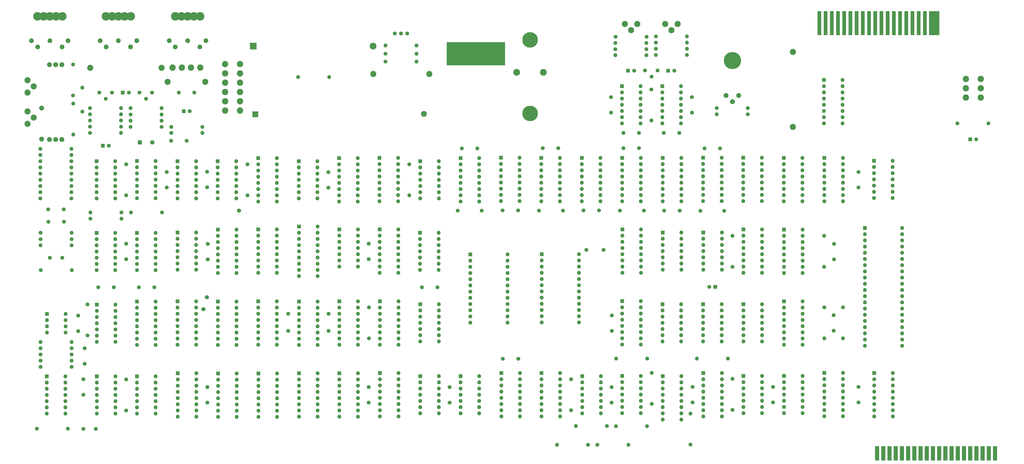
<source format=gbr>
%TF.GenerationSoftware,KiCad,Pcbnew,7.0.7*%
%TF.CreationDate,2023-09-25T12:36:18+01:00*%
%TF.ProjectId,TRS80IUS,54525338-3049-4555-932e-6b696361645f,rev?*%
%TF.SameCoordinates,Original*%
%TF.FileFunction,Soldermask,Bot*%
%TF.FilePolarity,Negative*%
%FSLAX46Y46*%
G04 Gerber Fmt 4.6, Leading zero omitted, Abs format (unit mm)*
G04 Created by KiCad (PCBNEW 7.0.7) date 2023-09-25 12:36:18*
%MOMM*%
%LPD*%
G01*
G04 APERTURE LIST*
G04 Aperture macros list*
%AMFreePoly0*
4,1,45,1.815063,0.845106,1.830902,0.845106,1.843715,0.835796,1.858779,0.830902,1.868088,0.818088,1.880902,0.808779,1.885796,0.793715,1.895106,0.780902,1.895106,0.765062,1.900000,0.750000,1.900000,-0.750000,1.895106,-0.765062,1.895106,-0.780902,1.885796,-0.793715,1.880902,-0.808779,1.868088,-0.818088,1.858779,-0.830902,1.843715,-0.835796,1.830902,-0.845106,1.815063,-0.845106,
1.800000,-0.850000,-3.880000,-0.850000,-3.895063,-0.845106,-3.910902,-0.845106,-3.923715,-0.835796,-3.938779,-0.830902,-3.948088,-0.818088,-3.960902,-0.808779,-3.965796,-0.793715,-3.975106,-0.780902,-3.975106,-0.765062,-3.980000,-0.750000,-3.980000,0.750000,-3.975106,0.765062,-3.975106,0.780902,-3.965796,0.793715,-3.960902,0.808779,-3.948088,0.818088,-3.938779,0.830902,-3.923715,0.835796,
-3.910902,0.845106,-3.895063,0.845106,-3.880000,0.850000,1.800000,0.850000,1.815063,0.845106,1.815063,0.845106,$1*%
G04 Aperture macros list end*
%ADD10C,0.150000*%
%ADD11C,2.600000*%
%ADD12C,1.600000*%
%ADD13R,1.600000X1.600000*%
%ADD14O,1.600000X1.600000*%
%ADD15C,2.000000*%
%ADD16FreePoly0,90.000000*%
%ADD17C,1.700000*%
%ADD18C,2.500000*%
%ADD19C,2.800000*%
%ADD20C,6.350000*%
%ADD21C,1.950000*%
%ADD22C,3.500000*%
%ADD23C,7.000000*%
%ADD24R,1.800000X1.800000*%
%ADD25C,1.800000*%
%ADD26R,2.800000X2.800000*%
%ADD27O,2.800000X2.800000*%
%ADD28R,1.625600X9.906000*%
%ADD29R,4.216400X9.906000*%
%ADD30R,2.400000X2.400000*%
%ADD31O,2.400000X2.400000*%
G04 APERTURE END LIST*
D10*
X273820000Y-96940000D02*
X297530000Y-96940000D01*
X297530000Y-106270000D01*
X273820000Y-106270000D01*
X273820000Y-96940000D01*
G36*
X273820000Y-96940000D02*
G01*
X297530000Y-96940000D01*
X297530000Y-106270000D01*
X273820000Y-106270000D01*
X273820000Y-96940000D01*
G37*
D11*
%TO.C,S2*%
X486185000Y-111875000D03*
X486185000Y-115685000D03*
X486185000Y-119495000D03*
X492295000Y-119495000D03*
X492295000Y-115685000D03*
X492295000Y-111875000D03*
%TD*%
D12*
%TO.C,C49*%
X296690000Y-226520000D03*
X303040000Y-226520000D03*
%TD*%
D13*
%TO.C,Z51*%
X345550000Y-202940000D03*
D14*
X345550000Y-205480000D03*
X345550000Y-208020000D03*
X345550000Y-210560000D03*
X345550000Y-213100000D03*
X345550000Y-215640000D03*
X345550000Y-218180000D03*
X345550000Y-220720000D03*
X353170000Y-220720000D03*
X353170000Y-218180000D03*
X353170000Y-215640000D03*
X353170000Y-213100000D03*
X353170000Y-210560000D03*
X353170000Y-208020000D03*
X353170000Y-205480000D03*
X353170000Y-202940000D03*
%TD*%
D12*
%TO.C,C3*%
X170400000Y-117523270D03*
X164050000Y-117523270D03*
%TD*%
D13*
%TO.C,Z25*%
X147000000Y-174955000D03*
D14*
X147000000Y-177495000D03*
X147000000Y-180035000D03*
X147000000Y-182575000D03*
X147000000Y-185115000D03*
X147000000Y-187655000D03*
X147000000Y-190195000D03*
X154620000Y-190195000D03*
X154620000Y-187655000D03*
X154620000Y-185115000D03*
X154620000Y-182575000D03*
X154620000Y-180035000D03*
X154620000Y-177495000D03*
X154620000Y-174955000D03*
%TD*%
D12*
%TO.C,C36*%
X175906730Y-185790000D03*
X175906730Y-179440000D03*
%TD*%
D13*
%TO.C,Z67*%
X296080000Y-232355000D03*
D14*
X296080000Y-234895000D03*
X296080000Y-237435000D03*
X296080000Y-239975000D03*
X296080000Y-242515000D03*
X296080000Y-245055000D03*
X296080000Y-247595000D03*
X296080000Y-250135000D03*
X303700000Y-250135000D03*
X303700000Y-247595000D03*
X303700000Y-245055000D03*
X303700000Y-242515000D03*
X303700000Y-239975000D03*
X303700000Y-237435000D03*
X303700000Y-234895000D03*
X303700000Y-232355000D03*
%TD*%
D13*
%TO.C,Z19*%
X378610000Y-144210000D03*
D14*
X378610000Y-146750000D03*
X378610000Y-149290000D03*
X378610000Y-151830000D03*
X378610000Y-154370000D03*
X378610000Y-156910000D03*
X378610000Y-159450000D03*
X378610000Y-161990000D03*
X386230000Y-161990000D03*
X386230000Y-159450000D03*
X386230000Y-156910000D03*
X386230000Y-154370000D03*
X386230000Y-151830000D03*
X386230000Y-149290000D03*
X386230000Y-146750000D03*
X386230000Y-144210000D03*
%TD*%
D12*
%TO.C,C34*%
X387306635Y-165913270D03*
X377526635Y-165913270D03*
%TD*%
%TO.C,C30*%
X321316635Y-165813270D03*
X311536635Y-165813270D03*
%TD*%
%TO.C,C28*%
X288026635Y-165823270D03*
X278246635Y-165823270D03*
%TD*%
D13*
%TO.C,Z6*%
X163580000Y-145610000D03*
D14*
X163580000Y-148150000D03*
X163580000Y-150690000D03*
X163580000Y-153230000D03*
X163580000Y-155770000D03*
X163580000Y-158310000D03*
X163580000Y-160850000D03*
X171200000Y-160850000D03*
X171200000Y-158310000D03*
X171200000Y-155770000D03*
X171200000Y-153230000D03*
X171200000Y-150690000D03*
X171200000Y-148150000D03*
X171200000Y-145610000D03*
%TD*%
D13*
%TO.C,Z16*%
X328990000Y-144250000D03*
D14*
X328990000Y-146790000D03*
X328990000Y-149330000D03*
X328990000Y-151870000D03*
X328990000Y-154410000D03*
X328990000Y-156950000D03*
X328990000Y-159490000D03*
X328990000Y-162030000D03*
X336610000Y-162030000D03*
X336610000Y-159490000D03*
X336610000Y-156950000D03*
X336610000Y-154410000D03*
X336610000Y-151870000D03*
X336610000Y-149330000D03*
X336610000Y-146790000D03*
X336610000Y-144250000D03*
%TD*%
D13*
%TO.C,Z62*%
X213320000Y-232460000D03*
D14*
X213320000Y-235000000D03*
X213320000Y-237540000D03*
X213320000Y-240080000D03*
X213320000Y-242620000D03*
X213320000Y-245160000D03*
X213320000Y-247700000D03*
X213320000Y-250240000D03*
X220940000Y-250240000D03*
X220940000Y-247700000D03*
X220940000Y-245160000D03*
X220940000Y-242620000D03*
X220940000Y-240080000D03*
X220940000Y-237540000D03*
X220940000Y-235000000D03*
X220940000Y-232460000D03*
%TD*%
D12*
%TO.C,R43*%
X157220000Y-166630000D03*
D14*
X144520000Y-166630000D03*
%TD*%
D15*
%TO.C,K1*%
X113700000Y-136750000D03*
X116240000Y-136750000D03*
X113700000Y-106060000D03*
X111160000Y-106060000D03*
X111160000Y-136750000D03*
X116240000Y-106060000D03*
%TD*%
D16*
%TO.C,CN3*%
X498070000Y-264270000D03*
X495530000Y-264270000D03*
X492990000Y-264270000D03*
X490450000Y-264270000D03*
X487910000Y-264270000D03*
X485370000Y-264270000D03*
X482830000Y-264270000D03*
X480290000Y-264270000D03*
X477750000Y-264270000D03*
X475210000Y-264270000D03*
X472670000Y-264270000D03*
X470130000Y-264270000D03*
X467590000Y-264270000D03*
X465050000Y-264270000D03*
X462510000Y-264270000D03*
X459970000Y-264270000D03*
X457430000Y-264270000D03*
X454890000Y-264270000D03*
X452350000Y-264270000D03*
X449810000Y-264270000D03*
%TD*%
D12*
%TO.C,R35*%
X120160000Y-150660000D03*
D14*
X107460000Y-150660000D03*
%TD*%
D12*
%TO.C,R45*%
X120220000Y-180030000D03*
D14*
X107520000Y-180030000D03*
%TD*%
D13*
%TO.C,C42*%
X383660000Y-197090000D03*
D12*
X381160000Y-197090000D03*
%TD*%
D13*
%TO.C,Z73*%
X395180000Y-233570000D03*
D14*
X395180000Y-236110000D03*
X395180000Y-238650000D03*
X395180000Y-241190000D03*
X395180000Y-243730000D03*
X395180000Y-246270000D03*
X395180000Y-248810000D03*
X402800000Y-248810000D03*
X402800000Y-246270000D03*
X402800000Y-243730000D03*
X402800000Y-241190000D03*
X402800000Y-238650000D03*
X402800000Y-236110000D03*
X402800000Y-233570000D03*
%TD*%
D12*
%TO.C,C12*%
X340963270Y-119380000D03*
X340963270Y-125730000D03*
%TD*%
D13*
%TO.C,Z33*%
X283345000Y-183755000D03*
D14*
X283345000Y-186295000D03*
X283345000Y-188835000D03*
X283345000Y-191375000D03*
X283345000Y-193915000D03*
X283345000Y-196455000D03*
X283345000Y-198995000D03*
X283345000Y-201535000D03*
X283345000Y-204075000D03*
X283345000Y-206615000D03*
X283345000Y-209155000D03*
X283345000Y-211695000D03*
X298585000Y-211695000D03*
X298585000Y-209155000D03*
X298585000Y-206615000D03*
X298585000Y-204075000D03*
X298585000Y-201535000D03*
X298585000Y-198995000D03*
X298585000Y-196455000D03*
X298585000Y-193915000D03*
X298585000Y-191375000D03*
X298585000Y-188835000D03*
X298585000Y-186295000D03*
X298585000Y-183755000D03*
%TD*%
D12*
%TO.C,C7*%
X167320000Y-137233270D03*
X160970000Y-137233270D03*
%TD*%
D13*
%TO.C,Z31*%
X246340000Y-173580000D03*
D14*
X246340000Y-176120000D03*
X246340000Y-178660000D03*
X246340000Y-181200000D03*
X246340000Y-183740000D03*
X246340000Y-186280000D03*
X246340000Y-188820000D03*
X246340000Y-191360000D03*
X253960000Y-191360000D03*
X253960000Y-188820000D03*
X253960000Y-186280000D03*
X253960000Y-183740000D03*
X253960000Y-181200000D03*
X253960000Y-178660000D03*
X253960000Y-176120000D03*
X253960000Y-173580000D03*
%TD*%
D12*
%TO.C,C41*%
X269940000Y-197263270D03*
X263590000Y-197263270D03*
%TD*%
D17*
%TO.C,J61*%
X188700000Y-165825000D03*
%TD*%
D12*
%TO.C,Q1*%
X131552275Y-117502275D03*
X136702275Y-117502275D03*
X134232275Y-120042275D03*
%TD*%
%TO.C,R41*%
X140610000Y-166590000D03*
D14*
X127910000Y-166590000D03*
%TD*%
D12*
%TO.C,CR9*%
X120790000Y-118715000D03*
D14*
X120790000Y-106015000D03*
%TD*%
D12*
%TO.C,R64*%
X390650000Y-247430000D03*
D14*
X390650000Y-234730000D03*
%TD*%
D13*
%TO.C,Z65*%
X262860000Y-233690000D03*
D14*
X262860000Y-236230000D03*
X262860000Y-238770000D03*
X262860000Y-241310000D03*
X262860000Y-243850000D03*
X262860000Y-246390000D03*
X262860000Y-248930000D03*
X270480000Y-248930000D03*
X270480000Y-246390000D03*
X270480000Y-243850000D03*
X270480000Y-241310000D03*
X270480000Y-238770000D03*
X270480000Y-236230000D03*
X270480000Y-233690000D03*
%TD*%
D13*
%TO.C,Z52*%
X362080000Y-204185000D03*
D14*
X362080000Y-206725000D03*
X362080000Y-209265000D03*
X362080000Y-211805000D03*
X362080000Y-214345000D03*
X362080000Y-216885000D03*
X362080000Y-219425000D03*
X369700000Y-219425000D03*
X369700000Y-216885000D03*
X369700000Y-214345000D03*
X369700000Y-211805000D03*
X369700000Y-209265000D03*
X369700000Y-206725000D03*
X369700000Y-204185000D03*
%TD*%
D12*
%TO.C,C45*%
X225353270Y-208080000D03*
X225353270Y-215080000D03*
%TD*%
D13*
%TO.C,Z22*%
X428220000Y-144250000D03*
D14*
X428220000Y-146790000D03*
X428220000Y-149330000D03*
X428220000Y-151870000D03*
X428220000Y-154410000D03*
X428220000Y-156950000D03*
X428220000Y-159490000D03*
X428220000Y-162030000D03*
X435840000Y-162030000D03*
X435840000Y-159490000D03*
X435840000Y-156950000D03*
X435840000Y-154410000D03*
X435840000Y-151870000D03*
X435840000Y-149330000D03*
X435840000Y-146790000D03*
X435840000Y-144250000D03*
%TD*%
D12*
%TO.C,R62*%
X342970000Y-254120000D03*
D14*
X355670000Y-254120000D03*
%TD*%
D13*
%TO.C,Z26*%
X163590000Y-174860000D03*
D14*
X163590000Y-177400000D03*
X163590000Y-179940000D03*
X163590000Y-182480000D03*
X163590000Y-185020000D03*
X163590000Y-187560000D03*
X163590000Y-190100000D03*
X171210000Y-190100000D03*
X171210000Y-187560000D03*
X171210000Y-185020000D03*
X171210000Y-182480000D03*
X171210000Y-179940000D03*
X171210000Y-177400000D03*
X171210000Y-174860000D03*
%TD*%
D13*
%TO.C,Z24*%
X130480000Y-174980000D03*
D14*
X130480000Y-177520000D03*
X130480000Y-180060000D03*
X130480000Y-182600000D03*
X130480000Y-185140000D03*
X130480000Y-187680000D03*
X130480000Y-190220000D03*
X138100000Y-190220000D03*
X138100000Y-187680000D03*
X138100000Y-185140000D03*
X138100000Y-182600000D03*
X138100000Y-180060000D03*
X138100000Y-177520000D03*
X138100000Y-174980000D03*
%TD*%
D12*
%TO.C,R28*%
X157090000Y-128980000D03*
D14*
X144390000Y-128980000D03*
%TD*%
D12*
%TO.C,R67*%
X126710000Y-204285000D03*
D14*
X126710000Y-216985000D03*
%TD*%
D12*
%TO.C,R25*%
X127735000Y-131460000D03*
D14*
X140435000Y-131460000D03*
%TD*%
D12*
%TO.C,R55*%
X107540000Y-227300000D03*
D14*
X120240000Y-227300000D03*
%TD*%
D13*
%TO.C,Z66*%
X279430000Y-233690000D03*
D14*
X279430000Y-236230000D03*
X279430000Y-238770000D03*
X279430000Y-241310000D03*
X279430000Y-243850000D03*
X279430000Y-246390000D03*
X279430000Y-248930000D03*
X287050000Y-248930000D03*
X287050000Y-246390000D03*
X287050000Y-243850000D03*
X287050000Y-241310000D03*
X287050000Y-238770000D03*
X287050000Y-236230000D03*
X287050000Y-233690000D03*
%TD*%
D12*
%TO.C,R23*%
X127735000Y-126390000D03*
D14*
X140435000Y-126390000D03*
%TD*%
D13*
%TO.C,Z11*%
X246230000Y-144270000D03*
D14*
X246230000Y-146810000D03*
X246230000Y-149350000D03*
X246230000Y-151890000D03*
X246230000Y-154430000D03*
X246230000Y-156970000D03*
X246230000Y-159510000D03*
X246230000Y-162050000D03*
X253850000Y-162050000D03*
X253850000Y-159510000D03*
X253850000Y-156970000D03*
X253850000Y-154430000D03*
X253850000Y-151890000D03*
X253850000Y-149350000D03*
X253850000Y-146810000D03*
X253850000Y-144270000D03*
%TD*%
D12*
%TO.C,R11*%
X359310000Y-94500000D03*
D14*
X372010000Y-94500000D03*
%TD*%
D12*
%TO.C,R31*%
X161020000Y-134050000D03*
D14*
X173720000Y-134050000D03*
%TD*%
D12*
%TO.C,CR7*%
X107525000Y-177490000D03*
D14*
X120225000Y-177490000D03*
%TD*%
D13*
%TO.C,Z10*%
X229740000Y-144350000D03*
D14*
X229740000Y-146890000D03*
X229740000Y-149430000D03*
X229740000Y-151970000D03*
X229740000Y-154510000D03*
X229740000Y-157050000D03*
X229740000Y-159590000D03*
X229740000Y-162130000D03*
X237360000Y-162130000D03*
X237360000Y-159590000D03*
X237360000Y-157050000D03*
X237360000Y-154510000D03*
X237360000Y-151970000D03*
X237360000Y-149430000D03*
X237360000Y-146890000D03*
X237360000Y-144350000D03*
%TD*%
D12*
%TO.C,R66*%
X373490000Y-261690000D03*
D14*
X373490000Y-248990000D03*
%TD*%
D18*
%TO.C,R5*%
X351720000Y-89410000D03*
X349180000Y-91950000D03*
X346640000Y-89410000D03*
%TD*%
D19*
%TO.C,Q4*%
X313299999Y-109170001D03*
X302379999Y-109170001D03*
D20*
X307849999Y-95870001D03*
X307849999Y-126070001D03*
%TD*%
D13*
%TO.C,Z7*%
X180040000Y-145605000D03*
D14*
X180040000Y-148145000D03*
X180040000Y-150685000D03*
X180040000Y-153225000D03*
X180040000Y-155765000D03*
X180040000Y-158305000D03*
X180040000Y-160845000D03*
X187660000Y-160845000D03*
X187660000Y-158305000D03*
X187660000Y-155765000D03*
X187660000Y-153225000D03*
X187660000Y-150685000D03*
X187660000Y-148145000D03*
X187660000Y-145605000D03*
%TD*%
D13*
%TO.C,Z56*%
X110060000Y-233750000D03*
D14*
X110060000Y-236290000D03*
X110060000Y-238830000D03*
X110060000Y-241370000D03*
X110060000Y-243910000D03*
X110060000Y-246450000D03*
X110060000Y-248990000D03*
X117680000Y-248990000D03*
X117680000Y-246450000D03*
X117680000Y-243910000D03*
X117680000Y-241370000D03*
X117680000Y-238830000D03*
X117680000Y-236290000D03*
X117680000Y-233750000D03*
%TD*%
D12*
%TO.C,R32*%
X107460000Y-140490000D03*
D14*
X120160000Y-140490000D03*
%TD*%
D12*
%TO.C,R56*%
X120240000Y-229850000D03*
D14*
X107540000Y-229850000D03*
%TD*%
D18*
%TO.C,R21*%
X102235000Y-130250000D03*
X104775000Y-127710000D03*
X102235000Y-125170000D03*
%TD*%
D13*
%TO.C,Z64*%
X246420000Y-232430000D03*
D14*
X246420000Y-234970000D03*
X246420000Y-237510000D03*
X246420000Y-240050000D03*
X246420000Y-242590000D03*
X246420000Y-245130000D03*
X246420000Y-247670000D03*
X246420000Y-250210000D03*
X254040000Y-250210000D03*
X254040000Y-247670000D03*
X254040000Y-245130000D03*
X254040000Y-242590000D03*
X254040000Y-240050000D03*
X254040000Y-237510000D03*
X254040000Y-234970000D03*
X254040000Y-232430000D03*
%TD*%
D13*
%TO.C,Z55*%
X411750000Y-203010000D03*
D14*
X411750000Y-205550000D03*
X411750000Y-208090000D03*
X411750000Y-210630000D03*
X411750000Y-213170000D03*
X411750000Y-215710000D03*
X411750000Y-218250000D03*
X411750000Y-220790000D03*
X419370000Y-220790000D03*
X419370000Y-218250000D03*
X419370000Y-215710000D03*
X419370000Y-213170000D03*
X419370000Y-210630000D03*
X419370000Y-208090000D03*
X419370000Y-205550000D03*
X419370000Y-203010000D03*
%TD*%
D12*
%TO.C,R61*%
X339230000Y-254080000D03*
D14*
X326530000Y-254080000D03*
%TD*%
D13*
%TO.C,Z5*%
X146990000Y-145550000D03*
D14*
X146990000Y-148090000D03*
X146990000Y-150630000D03*
X146990000Y-153170000D03*
X146990000Y-155710000D03*
X146990000Y-158250000D03*
X146990000Y-160790000D03*
X154610000Y-160790000D03*
X154610000Y-158250000D03*
X154610000Y-155710000D03*
X154610000Y-153170000D03*
X154610000Y-150630000D03*
X154610000Y-148090000D03*
X154610000Y-145550000D03*
%TD*%
D13*
%TO.C,Z17*%
X345510000Y-144240000D03*
D14*
X345510000Y-146780000D03*
X345510000Y-149320000D03*
X345510000Y-151860000D03*
X345510000Y-154400000D03*
X345510000Y-156940000D03*
X345510000Y-159480000D03*
X345510000Y-162020000D03*
X353130000Y-162020000D03*
X353130000Y-159480000D03*
X353130000Y-156940000D03*
X353130000Y-154400000D03*
X353130000Y-151860000D03*
X353130000Y-149320000D03*
X353130000Y-146780000D03*
X353130000Y-144240000D03*
%TD*%
D12*
%TO.C,R3*%
X248655000Y-104800000D03*
D14*
X261355000Y-104800000D03*
%TD*%
D13*
%TO.C,Z61*%
X196660000Y-232550000D03*
D14*
X196660000Y-235090000D03*
X196660000Y-237630000D03*
X196660000Y-240170000D03*
X196660000Y-242710000D03*
X196660000Y-245250000D03*
X196660000Y-247790000D03*
X196660000Y-250330000D03*
X204280000Y-250330000D03*
X204280000Y-247790000D03*
X204280000Y-245250000D03*
X204280000Y-242710000D03*
X204280000Y-240170000D03*
X204280000Y-237630000D03*
X204280000Y-235090000D03*
X204280000Y-232550000D03*
%TD*%
D12*
%TO.C,R42*%
X127915000Y-169140000D03*
D14*
X140615000Y-169140000D03*
%TD*%
D12*
%TO.C,R9*%
X355470000Y-102200000D03*
D14*
X342770000Y-102200000D03*
%TD*%
D12*
%TO.C,R37*%
X120170000Y-160810000D03*
D14*
X107470000Y-160810000D03*
%TD*%
D12*
%TO.C,R53*%
X120225000Y-222210000D03*
D14*
X107525000Y-222210000D03*
%TD*%
D21*
%TO.C,J3*%
X103820000Y-96267500D03*
D22*
X106240000Y-86287500D03*
X108780000Y-86287500D03*
X111320000Y-86287500D03*
D21*
X111320000Y-96267500D03*
D22*
X113860000Y-86287500D03*
X116400000Y-86287500D03*
D21*
X118820000Y-96267500D03*
X106320000Y-98767500D03*
X116320000Y-98767500D03*
%TD*%
D12*
%TO.C,C24*%
X110680000Y-165356730D03*
X117030000Y-165356730D03*
%TD*%
%TO.C,C14*%
X352430000Y-133990000D03*
X346080000Y-133990000D03*
%TD*%
D13*
%TO.C,Z57*%
X130520000Y-233785000D03*
D14*
X130520000Y-236325000D03*
X130520000Y-238865000D03*
X130520000Y-241405000D03*
X130520000Y-243945000D03*
X130520000Y-246485000D03*
X130520000Y-249025000D03*
X138140000Y-249025000D03*
X138140000Y-246485000D03*
X138140000Y-243945000D03*
X138140000Y-241405000D03*
X138140000Y-238865000D03*
X138140000Y-236325000D03*
X138140000Y-233785000D03*
%TD*%
D21*
%TO.C,J1*%
X160190000Y-96267500D03*
X167690000Y-96267500D03*
X175190000Y-96267500D03*
D22*
X162610000Y-86287500D03*
D21*
X162690000Y-98767500D03*
D22*
X165150000Y-86287500D03*
X167690000Y-86287500D03*
X170230000Y-86287500D03*
X172770000Y-86287500D03*
D21*
X172690000Y-98767500D03*
%TD*%
D12*
%TO.C,C23*%
X442190000Y-156340000D03*
X442190000Y-149990000D03*
%TD*%
%TO.C,C59*%
X124596730Y-125256635D03*
X124596730Y-115476635D03*
%TD*%
D15*
%TO.C,Q6*%
X388020000Y-118690000D03*
X393170000Y-118690000D03*
X390700000Y-121230000D03*
D23*
X390700000Y-104370000D03*
%TD*%
D12*
%TO.C,C16*%
X286250000Y-140373270D03*
X279900000Y-140373270D03*
%TD*%
D13*
%TO.C,Z30*%
X229770000Y-173520000D03*
D14*
X229770000Y-176060000D03*
X229770000Y-178600000D03*
X229770000Y-181140000D03*
X229770000Y-183680000D03*
X229770000Y-186220000D03*
X229770000Y-188760000D03*
X237390000Y-188760000D03*
X237390000Y-186220000D03*
X237390000Y-183680000D03*
X237390000Y-181140000D03*
X237390000Y-178600000D03*
X237390000Y-176060000D03*
X237390000Y-173520000D03*
%TD*%
D18*
%TO.C,R4*%
X266660000Y-109840000D03*
X243660000Y-109840000D03*
%TD*%
D12*
%TO.C,C55*%
X407266730Y-244440000D03*
X407266730Y-238090000D03*
%TD*%
D13*
%TO.C,Z71*%
X362120000Y-233680000D03*
D14*
X362120000Y-236220000D03*
X362120000Y-238760000D03*
X362120000Y-241300000D03*
X362120000Y-243840000D03*
X362120000Y-246380000D03*
X362120000Y-248920000D03*
X362120000Y-251460000D03*
X369740000Y-251460000D03*
X369740000Y-248920000D03*
X369740000Y-246380000D03*
X369740000Y-243840000D03*
X369740000Y-241300000D03*
X369740000Y-238760000D03*
X369740000Y-236220000D03*
X369740000Y-233680000D03*
%TD*%
D12*
%TO.C,C58*%
X337900000Y-181950000D03*
X330900000Y-181950000D03*
%TD*%
%TO.C,R27*%
X144395000Y-126440000D03*
D14*
X157095000Y-126440000D03*
%TD*%
D12*
%TO.C,CR6*%
X107525000Y-174940000D03*
D14*
X120225000Y-174940000D03*
%TD*%
D12*
%TO.C,Q5*%
X354842275Y-108472275D03*
X359992275Y-108472275D03*
X357522275Y-111012275D03*
%TD*%
D13*
%TO.C,Z58*%
X147010000Y-233725000D03*
D14*
X147010000Y-236265000D03*
X147010000Y-238805000D03*
X147010000Y-241345000D03*
X147010000Y-243885000D03*
X147010000Y-246425000D03*
X147010000Y-248965000D03*
X154630000Y-248965000D03*
X154630000Y-246425000D03*
X154630000Y-243885000D03*
X154630000Y-241345000D03*
X154630000Y-238805000D03*
X154630000Y-236265000D03*
X154630000Y-233725000D03*
%TD*%
D13*
%TO.C,Z32*%
X262820000Y-174930000D03*
D14*
X262820000Y-177470000D03*
X262820000Y-180010000D03*
X262820000Y-182550000D03*
X262820000Y-185090000D03*
X262820000Y-187630000D03*
X262820000Y-190170000D03*
X270440000Y-190170000D03*
X270440000Y-187630000D03*
X270440000Y-185090000D03*
X270440000Y-182550000D03*
X270440000Y-180010000D03*
X270440000Y-177470000D03*
X270440000Y-174930000D03*
%TD*%
D17*
%TO.C,J63*%
X174200000Y-206200000D03*
%TD*%
D13*
%TO.C,Z2*%
X361930000Y-114910000D03*
D14*
X361930000Y-117450000D03*
X361930000Y-119990000D03*
X361930000Y-122530000D03*
X361930000Y-125070000D03*
X361930000Y-127610000D03*
X361930000Y-130150000D03*
X369550000Y-130150000D03*
X369550000Y-127610000D03*
X369550000Y-125070000D03*
X369550000Y-122530000D03*
X369550000Y-119990000D03*
X369550000Y-117450000D03*
X369550000Y-114910000D03*
%TD*%
D21*
%TO.C,J2*%
X131880000Y-96267500D03*
X139380000Y-96267500D03*
X146880000Y-96267500D03*
X134380000Y-98767500D03*
D22*
X134300000Y-86287500D03*
X136840000Y-86287500D03*
X139380000Y-86287500D03*
X141920000Y-86287500D03*
D21*
X144380000Y-98767500D03*
D22*
X144460000Y-86287500D03*
%TD*%
D13*
%TO.C,Z41*%
X110130000Y-208170000D03*
D14*
X110130000Y-210710000D03*
X110130000Y-213250000D03*
X110130000Y-215790000D03*
X117750000Y-215790000D03*
X117750000Y-213250000D03*
X117750000Y-210710000D03*
X117750000Y-208170000D03*
%TD*%
D13*
%TO.C,Z49*%
X246380000Y-203030000D03*
D14*
X246380000Y-205570000D03*
X246380000Y-208110000D03*
X246380000Y-210650000D03*
X246380000Y-213190000D03*
X246380000Y-215730000D03*
X246380000Y-218270000D03*
X246380000Y-220810000D03*
X254000000Y-220810000D03*
X254000000Y-218270000D03*
X254000000Y-215730000D03*
X254000000Y-213190000D03*
X254000000Y-210650000D03*
X254000000Y-208110000D03*
X254000000Y-205570000D03*
X254000000Y-203030000D03*
%TD*%
D12*
%TO.C,R59*%
X142560000Y-247685000D03*
D14*
X142560000Y-234985000D03*
%TD*%
D13*
%TO.C,Z42*%
X130550000Y-204340000D03*
D14*
X130550000Y-206880000D03*
X130550000Y-209420000D03*
X130550000Y-211960000D03*
X130550000Y-214500000D03*
X130550000Y-217040000D03*
X130550000Y-219580000D03*
X138170000Y-219580000D03*
X138170000Y-217040000D03*
X138170000Y-214500000D03*
X138170000Y-211960000D03*
X138170000Y-209420000D03*
X138170000Y-206880000D03*
X138170000Y-204340000D03*
%TD*%
D13*
%TO.C,Z76*%
X448630000Y-232370000D03*
D14*
X448630000Y-234910000D03*
X448630000Y-237450000D03*
X448630000Y-239990000D03*
X448630000Y-242530000D03*
X448630000Y-245070000D03*
X448630000Y-247610000D03*
X448630000Y-250150000D03*
X456250000Y-250150000D03*
X456250000Y-247610000D03*
X456250000Y-245070000D03*
X456250000Y-242530000D03*
X456250000Y-239990000D03*
X456250000Y-237450000D03*
X456250000Y-234910000D03*
X456250000Y-232370000D03*
%TD*%
D13*
%TO.C,Z18*%
X362090000Y-144220000D03*
D14*
X362090000Y-146760000D03*
X362090000Y-149300000D03*
X362090000Y-151840000D03*
X362090000Y-154380000D03*
X362090000Y-156920000D03*
X362090000Y-159460000D03*
X362090000Y-162000000D03*
X369710000Y-162000000D03*
X369710000Y-159460000D03*
X369710000Y-156920000D03*
X369710000Y-154380000D03*
X369710000Y-151840000D03*
X369710000Y-149300000D03*
X369710000Y-146760000D03*
X369710000Y-144220000D03*
%TD*%
D15*
%TO.C,R167*%
X107950000Y-136565000D03*
X107950000Y-123865000D03*
%TD*%
D13*
%TO.C,Z39*%
X411730000Y-173610000D03*
D14*
X411730000Y-176150000D03*
X411730000Y-178690000D03*
X411730000Y-181230000D03*
X411730000Y-183770000D03*
X411730000Y-186310000D03*
X411730000Y-188850000D03*
X411730000Y-191390000D03*
X419350000Y-191390000D03*
X419350000Y-188850000D03*
X419350000Y-186310000D03*
X419350000Y-183770000D03*
X419350000Y-181230000D03*
X419350000Y-178690000D03*
X419350000Y-176150000D03*
X419350000Y-173610000D03*
%TD*%
D11*
%TO.C,CR8*%
X161550000Y-107270000D03*
X169110000Y-107270000D03*
X172890000Y-107270000D03*
X165330000Y-107270000D03*
%TD*%
D13*
%TO.C,Z3*%
X428070000Y-112360000D03*
D14*
X428070000Y-114900000D03*
X428070000Y-117440000D03*
X428070000Y-119980000D03*
X428070000Y-122520000D03*
X428070000Y-125060000D03*
X428070000Y-127600000D03*
X428070000Y-130140000D03*
X435690000Y-130140000D03*
X435690000Y-127600000D03*
X435690000Y-125060000D03*
X435690000Y-122520000D03*
X435690000Y-119980000D03*
X435690000Y-117440000D03*
X435690000Y-114900000D03*
X435690000Y-112360000D03*
%TD*%
D13*
%TO.C,Z48*%
X229790000Y-203010000D03*
D14*
X229790000Y-205550000D03*
X229790000Y-208090000D03*
X229790000Y-210630000D03*
X229790000Y-213170000D03*
X229790000Y-215710000D03*
X229790000Y-218250000D03*
X229790000Y-220790000D03*
X237410000Y-220790000D03*
X237410000Y-218250000D03*
X237410000Y-215710000D03*
X237410000Y-213170000D03*
X237410000Y-210630000D03*
X237410000Y-208090000D03*
X237410000Y-205550000D03*
X237410000Y-203010000D03*
%TD*%
D13*
%TO.C,Z40*%
X444830000Y-172970000D03*
D14*
X444830000Y-175510000D03*
X444830000Y-178050000D03*
X444830000Y-180590000D03*
X444830000Y-183130000D03*
X444830000Y-185670000D03*
X444830000Y-188210000D03*
X444830000Y-190750000D03*
X444830000Y-193290000D03*
X444830000Y-195830000D03*
X444830000Y-198370000D03*
X444830000Y-200910000D03*
X444830000Y-203450000D03*
X444830000Y-205990000D03*
X444830000Y-208530000D03*
X444830000Y-211070000D03*
X444830000Y-213610000D03*
X444830000Y-216150000D03*
X444830000Y-218690000D03*
X444830000Y-221230000D03*
X460070000Y-221230000D03*
X460070000Y-218690000D03*
X460070000Y-216150000D03*
X460070000Y-213610000D03*
X460070000Y-211070000D03*
X460070000Y-208530000D03*
X460070000Y-205990000D03*
X460070000Y-203450000D03*
X460070000Y-200910000D03*
X460070000Y-198370000D03*
X460070000Y-195830000D03*
X460070000Y-193290000D03*
X460070000Y-190750000D03*
X460070000Y-188210000D03*
X460070000Y-185670000D03*
X460070000Y-183130000D03*
X460070000Y-180590000D03*
X460070000Y-178050000D03*
X460070000Y-175510000D03*
X460070000Y-172970000D03*
%TD*%
D13*
%TO.C,Z8*%
X196590000Y-144350000D03*
D14*
X196590000Y-146890000D03*
X196590000Y-149430000D03*
X196590000Y-151970000D03*
X196590000Y-154510000D03*
X196590000Y-157050000D03*
X196590000Y-159590000D03*
X196590000Y-162130000D03*
X204210000Y-162130000D03*
X204210000Y-159590000D03*
X204210000Y-157050000D03*
X204210000Y-154510000D03*
X204210000Y-151970000D03*
X204210000Y-149430000D03*
X204210000Y-146890000D03*
X204210000Y-144350000D03*
%TD*%
D13*
%TO.C,Z13*%
X279370000Y-144300000D03*
D14*
X279370000Y-146840000D03*
X279370000Y-149380000D03*
X279370000Y-151920000D03*
X279370000Y-154460000D03*
X279370000Y-157000000D03*
X279370000Y-159540000D03*
X279370000Y-162080000D03*
X286990000Y-162080000D03*
X286990000Y-159540000D03*
X286990000Y-157000000D03*
X286990000Y-154460000D03*
X286990000Y-151920000D03*
X286990000Y-149380000D03*
X286990000Y-146840000D03*
X286990000Y-144300000D03*
%TD*%
D12*
%TO.C,R48*%
X428190000Y-176190000D03*
D14*
X428190000Y-188890000D03*
%TD*%
D12*
%TO.C,R2*%
X248655000Y-101550000D03*
D14*
X261355000Y-101550000D03*
%TD*%
D12*
%TO.C,C38*%
X432190000Y-185840000D03*
X432190000Y-179490000D03*
%TD*%
%TO.C,R29*%
X144395000Y-123890000D03*
D14*
X157095000Y-123890000D03*
%TD*%
D12*
%TO.C,R1*%
X261360000Y-98190000D03*
D14*
X248660000Y-98190000D03*
%TD*%
D13*
%TO.C,Z20*%
X395100000Y-144200000D03*
D14*
X395100000Y-146740000D03*
X395100000Y-149280000D03*
X395100000Y-151820000D03*
X395100000Y-154360000D03*
X395100000Y-156900000D03*
X395100000Y-159440000D03*
X395100000Y-161980000D03*
X402720000Y-161980000D03*
X402720000Y-159440000D03*
X402720000Y-156900000D03*
X402720000Y-154360000D03*
X402720000Y-151820000D03*
X402720000Y-149280000D03*
X402720000Y-146740000D03*
X402720000Y-144200000D03*
%TD*%
D13*
%TO.C,Z34*%
X312580000Y-183750000D03*
D14*
X312580000Y-186290000D03*
X312580000Y-188830000D03*
X312580000Y-191370000D03*
X312580000Y-193910000D03*
X312580000Y-196450000D03*
X312580000Y-198990000D03*
X312580000Y-201530000D03*
X312580000Y-204070000D03*
X312580000Y-206610000D03*
X312580000Y-209150000D03*
X312580000Y-211690000D03*
X327820000Y-211690000D03*
X327820000Y-209150000D03*
X327820000Y-206610000D03*
X327820000Y-204070000D03*
X327820000Y-201530000D03*
X327820000Y-198990000D03*
X327820000Y-196450000D03*
X327820000Y-193910000D03*
X327820000Y-191370000D03*
X327820000Y-188830000D03*
X327820000Y-186290000D03*
X327820000Y-183750000D03*
%TD*%
D13*
%TO.C,C5*%
X133000000Y-139250000D03*
D12*
X135500000Y-139250000D03*
%TD*%
D18*
%TO.C,R19*%
X174935000Y-113115000D03*
X159535000Y-113115000D03*
%TD*%
D12*
%TO.C,R33*%
X120150000Y-145570000D03*
D14*
X107450000Y-145570000D03*
%TD*%
D12*
%TO.C,R51*%
X435860000Y-205475000D03*
D14*
X435860000Y-218175000D03*
%TD*%
D13*
%TO.C,Z36*%
X362090000Y-174850000D03*
D14*
X362090000Y-177390000D03*
X362090000Y-179930000D03*
X362090000Y-182470000D03*
X362090000Y-185010000D03*
X362090000Y-187550000D03*
X362090000Y-190090000D03*
X369710000Y-190090000D03*
X369710000Y-187550000D03*
X369710000Y-185010000D03*
X369710000Y-182470000D03*
X369710000Y-179930000D03*
X369710000Y-177390000D03*
X369710000Y-174850000D03*
%TD*%
D12*
%TO.C,CR1*%
X212970000Y-111180000D03*
D14*
X225670000Y-111180000D03*
%TD*%
D12*
%TO.C,C27*%
X125030000Y-255289037D03*
X130110000Y-255289037D03*
%TD*%
%TO.C,R24*%
X140430000Y-128920000D03*
D14*
X127730000Y-128920000D03*
%TD*%
D13*
%TO.C,C2*%
X141180000Y-117480000D03*
D12*
X143680000Y-117480000D03*
%TD*%
D13*
%TO.C,C4*%
X166110000Y-125090000D03*
D12*
X168610000Y-125090000D03*
%TD*%
%TO.C,R68*%
X335400000Y-261780000D03*
D14*
X348100000Y-261780000D03*
%TD*%
D13*
%TO.C,Z28*%
X196630000Y-173590000D03*
D14*
X196630000Y-176130000D03*
X196630000Y-178670000D03*
X196630000Y-181210000D03*
X196630000Y-183750000D03*
X196630000Y-186290000D03*
X196630000Y-188830000D03*
X196630000Y-191370000D03*
X204250000Y-191370000D03*
X204250000Y-188830000D03*
X204250000Y-186290000D03*
X204250000Y-183750000D03*
X204250000Y-181210000D03*
X204250000Y-178670000D03*
X204250000Y-176130000D03*
X204250000Y-173590000D03*
%TD*%
D13*
%TO.C,Z74*%
X411720000Y-233590000D03*
D14*
X411720000Y-236130000D03*
X411720000Y-238670000D03*
X411720000Y-241210000D03*
X411720000Y-243750000D03*
X411720000Y-246290000D03*
X411720000Y-248830000D03*
X419340000Y-248830000D03*
X419340000Y-246290000D03*
X419340000Y-243750000D03*
X419340000Y-241210000D03*
X419340000Y-238670000D03*
X419340000Y-236130000D03*
X419340000Y-233590000D03*
%TD*%
D12*
%TO.C,C13*%
X374086730Y-125700000D03*
X374086730Y-119350000D03*
%TD*%
%TO.C,R8*%
X342770000Y-99680000D03*
D14*
X355470000Y-99680000D03*
%TD*%
D12*
%TO.C,C26*%
X125100000Y-234960000D03*
X125100000Y-241310000D03*
%TD*%
%TO.C,R38*%
X142560000Y-146850000D03*
D14*
X142560000Y-159550000D03*
%TD*%
D12*
%TO.C,C52*%
X274900000Y-244460000D03*
X274900000Y-238110000D03*
%TD*%
%TO.C,C47*%
X432050000Y-215050000D03*
X432050000Y-208700000D03*
%TD*%
%TO.C,C22*%
X225310000Y-156410000D03*
X225310000Y-150060000D03*
%TD*%
D24*
%TO.C,C6*%
X148180000Y-137930000D03*
D25*
X153260000Y-137930000D03*
%TD*%
D12*
%TO.C,C29*%
X296600000Y-165796730D03*
X302950000Y-165796730D03*
%TD*%
D13*
%TO.C,Z59*%
X163670000Y-232440000D03*
D14*
X163670000Y-234980000D03*
X163670000Y-237520000D03*
X163670000Y-240060000D03*
X163670000Y-242600000D03*
X163670000Y-245140000D03*
X163670000Y-247680000D03*
X163670000Y-250220000D03*
X171290000Y-250220000D03*
X171290000Y-247680000D03*
X171290000Y-245140000D03*
X171290000Y-242600000D03*
X171290000Y-240060000D03*
X171290000Y-237520000D03*
X171290000Y-234980000D03*
X171290000Y-232440000D03*
%TD*%
D12*
%TO.C,R60*%
X324610000Y-234940000D03*
D14*
X324610000Y-247640000D03*
%TD*%
D13*
%TO.C,C57*%
X487900000Y-136640000D03*
D12*
X490400000Y-136640000D03*
%TD*%
%TO.C,C19*%
X385580000Y-140333270D03*
X379230000Y-140333270D03*
%TD*%
D13*
%TO.C,Z63*%
X229810000Y-232470000D03*
D14*
X229810000Y-235010000D03*
X229810000Y-237550000D03*
X229810000Y-240090000D03*
X229810000Y-242630000D03*
X229810000Y-245170000D03*
X229810000Y-247710000D03*
X229810000Y-250250000D03*
X237430000Y-250250000D03*
X237430000Y-247710000D03*
X237430000Y-245170000D03*
X237430000Y-242630000D03*
X237430000Y-240090000D03*
X237430000Y-237550000D03*
X237430000Y-235010000D03*
X237430000Y-232470000D03*
%TD*%
D13*
%TO.C,Z44*%
X163580000Y-203015000D03*
D14*
X163580000Y-205555000D03*
X163580000Y-208095000D03*
X163580000Y-210635000D03*
X163580000Y-213175000D03*
X163580000Y-215715000D03*
X163580000Y-218255000D03*
X163580000Y-220795000D03*
X171200000Y-220795000D03*
X171200000Y-218255000D03*
X171200000Y-215715000D03*
X171200000Y-213175000D03*
X171200000Y-210635000D03*
X171200000Y-208095000D03*
X171200000Y-205555000D03*
X171200000Y-203015000D03*
%TD*%
D12*
%TO.C,CR3*%
X107460000Y-143030000D03*
D14*
X120160000Y-143030000D03*
%TD*%
D26*
%TO.C,C8*%
X194560000Y-98410000D03*
D27*
X243560000Y-98410000D03*
%TD*%
D12*
%TO.C,C43*%
X122910000Y-208820000D03*
X122910000Y-215170000D03*
%TD*%
D13*
%TO.C,Z15*%
X312450000Y-144230000D03*
D14*
X312450000Y-146770000D03*
X312450000Y-149310000D03*
X312450000Y-151850000D03*
X312450000Y-154390000D03*
X312450000Y-156930000D03*
X312450000Y-159470000D03*
X312450000Y-162010000D03*
X320070000Y-162010000D03*
X320070000Y-159470000D03*
X320070000Y-156930000D03*
X320070000Y-154390000D03*
X320070000Y-151850000D03*
X320070000Y-149310000D03*
X320070000Y-146770000D03*
X320070000Y-144230000D03*
%TD*%
D12*
%TO.C,R63*%
X357610000Y-245050000D03*
D14*
X357610000Y-232350000D03*
%TD*%
D13*
%TO.C,Z46*%
X196610000Y-203040000D03*
D14*
X196610000Y-205580000D03*
X196610000Y-208120000D03*
X196610000Y-210660000D03*
X196610000Y-213200000D03*
X196610000Y-215740000D03*
X196610000Y-218280000D03*
X196610000Y-220820000D03*
X204230000Y-220820000D03*
X204230000Y-218280000D03*
X204230000Y-215740000D03*
X204230000Y-213200000D03*
X204230000Y-210660000D03*
X204230000Y-208120000D03*
X204230000Y-205580000D03*
X204230000Y-203040000D03*
%TD*%
D18*
%TO.C,R20*%
X102165000Y-117480000D03*
X104705000Y-114940000D03*
X102165000Y-112400000D03*
%TD*%
D12*
%TO.C,C35*%
X142556730Y-185770000D03*
X142556730Y-179420000D03*
%TD*%
%TO.C,C39*%
X137530000Y-197293270D03*
X131180000Y-197293270D03*
%TD*%
D13*
%TO.C,Z23*%
X448580000Y-145430000D03*
D14*
X448580000Y-147970000D03*
X448580000Y-150510000D03*
X448580000Y-153050000D03*
X448580000Y-155590000D03*
X448580000Y-158130000D03*
X448580000Y-160670000D03*
X456200000Y-160670000D03*
X456200000Y-158130000D03*
X456200000Y-155590000D03*
X456200000Y-153050000D03*
X456200000Y-150510000D03*
X456200000Y-147970000D03*
X456200000Y-145430000D03*
%TD*%
D12*
%TO.C,R15*%
X357470000Y-116210000D03*
D14*
X357470000Y-128910000D03*
%TD*%
D12*
%TO.C,C40*%
X147720000Y-197240000D03*
X154070000Y-197240000D03*
%TD*%
%TO.C,C50*%
X175746730Y-244490000D03*
X175746730Y-238140000D03*
%TD*%
%TO.C,C46*%
X341320000Y-215160000D03*
X341320000Y-208810000D03*
%TD*%
%TO.C,C20*%
X159160000Y-150050000D03*
X159160000Y-156400000D03*
%TD*%
D13*
%TO.C,Z68*%
X312510000Y-232360000D03*
D14*
X312510000Y-234900000D03*
X312510000Y-237440000D03*
X312510000Y-239980000D03*
X312510000Y-242520000D03*
X312510000Y-245060000D03*
X312510000Y-247600000D03*
X312510000Y-250140000D03*
X320130000Y-250140000D03*
X320130000Y-247600000D03*
X320130000Y-245060000D03*
X320130000Y-242520000D03*
X320130000Y-239980000D03*
X320130000Y-237440000D03*
X320130000Y-234900000D03*
X320130000Y-232360000D03*
%TD*%
D12*
%TO.C,R44*%
X106040000Y-255210000D03*
D14*
X118740000Y-255210000D03*
%TD*%
D12*
%TO.C,R47*%
X390690000Y-188870000D03*
D14*
X390690000Y-176170000D03*
%TD*%
D12*
%TO.C,R30*%
X157090000Y-131520000D03*
D14*
X144390000Y-131520000D03*
%TD*%
D13*
%TO.C,Z4*%
X130480000Y-145590000D03*
D14*
X130480000Y-148130000D03*
X130480000Y-150670000D03*
X130480000Y-153210000D03*
X130480000Y-155750000D03*
X130480000Y-158290000D03*
X130480000Y-160830000D03*
X138100000Y-160830000D03*
X138100000Y-158290000D03*
X138100000Y-155750000D03*
X138100000Y-153210000D03*
X138100000Y-150670000D03*
X138100000Y-148130000D03*
X138100000Y-145590000D03*
%TD*%
D28*
%TO.C,E1*%
X426210000Y-89040000D03*
X428750000Y-89040000D03*
X431290000Y-89040000D03*
X433830000Y-89040000D03*
X436370000Y-89040000D03*
X438910000Y-89040000D03*
X441450000Y-89040000D03*
X443990000Y-89040000D03*
X446530000Y-89040000D03*
X449070000Y-89040000D03*
X451610000Y-89040000D03*
X454150000Y-89040000D03*
X456690000Y-89040000D03*
X459230000Y-89040000D03*
X461770000Y-89040000D03*
X464310000Y-89040000D03*
X466850000Y-89040000D03*
X469390000Y-89040000D03*
D29*
X473225400Y-89040000D03*
%TD*%
D18*
%TO.C,R10*%
X363110000Y-89390000D03*
X365650000Y-91930000D03*
X368190000Y-89390000D03*
%TD*%
D12*
%TO.C,R16*%
X384215000Y-123830000D03*
D14*
X396915000Y-123830000D03*
%TD*%
D13*
%TO.C,Z45*%
X180120000Y-203100000D03*
D14*
X180120000Y-205640000D03*
X180120000Y-208180000D03*
X180120000Y-210720000D03*
X180120000Y-213260000D03*
X180120000Y-215800000D03*
X180120000Y-218340000D03*
X180120000Y-220880000D03*
X187740000Y-220880000D03*
X187740000Y-218340000D03*
X187740000Y-215800000D03*
X187740000Y-213260000D03*
X187740000Y-210720000D03*
X187740000Y-208180000D03*
X187740000Y-205640000D03*
X187740000Y-203100000D03*
%TD*%
D12*
%TO.C,C44*%
X208893270Y-208110000D03*
X208893270Y-215110000D03*
%TD*%
D30*
%TO.C,C9*%
X195450000Y-126360000D03*
D31*
X264450000Y-126240000D03*
%TD*%
D12*
%TO.C,R7*%
X342775000Y-97140000D03*
D14*
X355475000Y-97140000D03*
%TD*%
D12*
%TO.C,C54*%
X374310000Y-244450000D03*
X374310000Y-238100000D03*
%TD*%
D13*
%TO.C,Z53*%
X378660000Y-204220000D03*
D14*
X378660000Y-206760000D03*
X378660000Y-209300000D03*
X378660000Y-211840000D03*
X378660000Y-214380000D03*
X378660000Y-216920000D03*
X378660000Y-219460000D03*
X386280000Y-219460000D03*
X386280000Y-216920000D03*
X386280000Y-214380000D03*
X386280000Y-211840000D03*
X386280000Y-209300000D03*
X386280000Y-206760000D03*
X386280000Y-204220000D03*
%TD*%
D17*
%TO.C,J62*%
X175575000Y-201300000D03*
%TD*%
D12*
%TO.C,C18*%
X352410000Y-140303270D03*
X346060000Y-140303270D03*
%TD*%
%TO.C,R22*%
X127740000Y-123860000D03*
D14*
X140440000Y-123860000D03*
%TD*%
D13*
%TO.C,Z50*%
X262930000Y-204230000D03*
D14*
X262930000Y-206770000D03*
X262930000Y-209310000D03*
X262930000Y-211850000D03*
X262930000Y-214390000D03*
X262930000Y-216930000D03*
X262930000Y-219470000D03*
X270550000Y-219470000D03*
X270550000Y-216930000D03*
X270550000Y-214390000D03*
X270550000Y-211850000D03*
X270550000Y-209310000D03*
X270550000Y-206770000D03*
X270550000Y-204230000D03*
%TD*%
D13*
%TO.C,Z14*%
X295930000Y-144195000D03*
D14*
X295930000Y-146735000D03*
X295930000Y-149275000D03*
X295930000Y-151815000D03*
X295930000Y-154355000D03*
X295930000Y-156895000D03*
X295930000Y-159435000D03*
X295930000Y-161975000D03*
X303550000Y-161975000D03*
X303550000Y-159435000D03*
X303550000Y-156895000D03*
X303550000Y-154355000D03*
X303550000Y-151815000D03*
X303550000Y-149275000D03*
X303550000Y-146735000D03*
X303550000Y-144195000D03*
%TD*%
D12*
%TO.C,C31*%
X329680000Y-165776730D03*
X336030000Y-165776730D03*
%TD*%
%TO.C,R50*%
X428210000Y-205485000D03*
D14*
X428210000Y-218185000D03*
%TD*%
D12*
%TO.C,R36*%
X120170000Y-153200000D03*
D14*
X107470000Y-153200000D03*
%TD*%
D12*
%TO.C,Q2*%
X148002275Y-117492275D03*
X153152275Y-117492275D03*
X150682275Y-120032275D03*
%TD*%
D13*
%TO.C,Z35*%
X345600000Y-173570000D03*
D14*
X345600000Y-176110000D03*
X345600000Y-178650000D03*
X345600000Y-181190000D03*
X345600000Y-183730000D03*
X345600000Y-186270000D03*
X345600000Y-188810000D03*
X345600000Y-191350000D03*
X353220000Y-191350000D03*
X353220000Y-188810000D03*
X353220000Y-186270000D03*
X353220000Y-183730000D03*
X353220000Y-181190000D03*
X353220000Y-178650000D03*
X353220000Y-176110000D03*
X353220000Y-173570000D03*
%TD*%
D12*
%TO.C,R34*%
X107460000Y-148120000D03*
D14*
X120160000Y-148120000D03*
%TD*%
D13*
%TO.C,Z54*%
X395150000Y-204190000D03*
D14*
X395150000Y-206730000D03*
X395150000Y-209270000D03*
X395150000Y-211810000D03*
X395150000Y-214350000D03*
X395150000Y-216890000D03*
X395150000Y-219430000D03*
X402770000Y-219430000D03*
X402770000Y-216890000D03*
X402770000Y-214350000D03*
X402770000Y-211810000D03*
X402770000Y-209270000D03*
X402770000Y-206730000D03*
X402770000Y-204190000D03*
%TD*%
D13*
%TO.C,C10*%
X347910000Y-108520000D03*
D12*
X350410000Y-108520000D03*
%TD*%
%TO.C,C17*%
X319360000Y-140280000D03*
X313010000Y-140280000D03*
%TD*%
%TO.C,C15*%
X368930000Y-133993270D03*
X362580000Y-133993270D03*
%TD*%
D13*
%TO.C,Z21*%
X411650000Y-144255000D03*
D14*
X411650000Y-146795000D03*
X411650000Y-149335000D03*
X411650000Y-151875000D03*
X411650000Y-154415000D03*
X411650000Y-156955000D03*
X411650000Y-159495000D03*
X411650000Y-162035000D03*
X419270000Y-162035000D03*
X419270000Y-159495000D03*
X419270000Y-156955000D03*
X419270000Y-154415000D03*
X419270000Y-151875000D03*
X419270000Y-149335000D03*
X419270000Y-146795000D03*
X419270000Y-144255000D03*
%TD*%
D12*
%TO.C,C25*%
X117080000Y-170440000D03*
X110730000Y-170440000D03*
%TD*%
%TO.C,R49*%
X241880000Y-218160000D03*
D14*
X241880000Y-205460000D03*
%TD*%
D12*
%TO.C,R12*%
X359305000Y-97040000D03*
D14*
X372005000Y-97040000D03*
%TD*%
D12*
%TO.C,C33*%
X362690000Y-165876730D03*
X369040000Y-165876730D03*
%TD*%
D13*
%TO.C,Z38*%
X395130000Y-173560000D03*
D14*
X395130000Y-176100000D03*
X395130000Y-178640000D03*
X395130000Y-181180000D03*
X395130000Y-183720000D03*
X395130000Y-186260000D03*
X395130000Y-188800000D03*
X395130000Y-191340000D03*
X402750000Y-191340000D03*
X402750000Y-188800000D03*
X402750000Y-186260000D03*
X402750000Y-183720000D03*
X402750000Y-181180000D03*
X402750000Y-178640000D03*
X402750000Y-176100000D03*
X402750000Y-173560000D03*
%TD*%
D13*
%TO.C,Z27*%
X180130000Y-173660000D03*
D14*
X180130000Y-176200000D03*
X180130000Y-178740000D03*
X180130000Y-181280000D03*
X180130000Y-183820000D03*
X180130000Y-186360000D03*
X180130000Y-188900000D03*
X180130000Y-191440000D03*
X187750000Y-191440000D03*
X187750000Y-188900000D03*
X187750000Y-186360000D03*
X187750000Y-183820000D03*
X187750000Y-181280000D03*
X187750000Y-178740000D03*
X187750000Y-176200000D03*
X187750000Y-173660000D03*
%TD*%
D13*
%TO.C,Z70*%
X345570000Y-233610000D03*
D14*
X345570000Y-236150000D03*
X345570000Y-238690000D03*
X345570000Y-241230000D03*
X345570000Y-243770000D03*
X345570000Y-246310000D03*
X345570000Y-248850000D03*
X353190000Y-248850000D03*
X353190000Y-246310000D03*
X353190000Y-243770000D03*
X353190000Y-241230000D03*
X353190000Y-238690000D03*
X353190000Y-236150000D03*
X353190000Y-233610000D03*
%TD*%
D13*
%TO.C,Z29*%
X213260000Y-172350000D03*
D14*
X213260000Y-174890000D03*
X213260000Y-177430000D03*
X213260000Y-179970000D03*
X213260000Y-182510000D03*
X213260000Y-185050000D03*
X213260000Y-187590000D03*
X213260000Y-190130000D03*
X213260000Y-192670000D03*
X220880000Y-192670000D03*
X220880000Y-190130000D03*
X220880000Y-187590000D03*
X220880000Y-185050000D03*
X220880000Y-182510000D03*
X220880000Y-179970000D03*
X220880000Y-177430000D03*
X220880000Y-174890000D03*
X220880000Y-172350000D03*
%TD*%
D12*
%TO.C,R58*%
X388790000Y-226470000D03*
D14*
X376090000Y-226470000D03*
%TD*%
D12*
%TO.C,C21*%
X175730000Y-156300000D03*
X175730000Y-149950000D03*
%TD*%
%TO.C,R40*%
X258370000Y-146840000D03*
D14*
X258370000Y-159540000D03*
%TD*%
D12*
%TO.C,CR4*%
X107460000Y-155730000D03*
D14*
X120160000Y-155730000D03*
%TD*%
D12*
%TO.C,C56*%
X442206730Y-244450000D03*
X442206730Y-238100000D03*
%TD*%
D11*
%TO.C,S1*%
X183040000Y-105810000D03*
X183040000Y-109620000D03*
X183030000Y-121050000D03*
X183040000Y-117240000D03*
X189140000Y-121050000D03*
X189150000Y-117240000D03*
X189150000Y-105810000D03*
X189150000Y-109620000D03*
X189150000Y-113430000D03*
X183030000Y-124860000D03*
X189140000Y-124860000D03*
X183040000Y-113430000D03*
%TD*%
D13*
%TO.C,Z69*%
X329180000Y-233655000D03*
D14*
X329180000Y-236195000D03*
X329180000Y-238735000D03*
X329180000Y-241275000D03*
X329180000Y-243815000D03*
X329180000Y-246355000D03*
X329180000Y-248895000D03*
X336800000Y-248895000D03*
X336800000Y-246355000D03*
X336800000Y-243815000D03*
X336800000Y-241275000D03*
X336800000Y-238735000D03*
X336800000Y-236195000D03*
X336800000Y-233655000D03*
%TD*%
D12*
%TO.C,Q3*%
X257580000Y-93315000D03*
X255040000Y-93315000D03*
X252500000Y-93315000D03*
%TD*%
D13*
%TO.C,Z72*%
X378710000Y-232390000D03*
D14*
X378710000Y-234930000D03*
X378710000Y-237470000D03*
X378710000Y-240010000D03*
X378710000Y-242550000D03*
X378710000Y-245090000D03*
X378710000Y-247630000D03*
X378710000Y-250170000D03*
X386330000Y-250170000D03*
X386330000Y-247630000D03*
X386330000Y-245090000D03*
X386330000Y-242550000D03*
X386330000Y-240010000D03*
X386330000Y-237470000D03*
X386330000Y-234930000D03*
X386330000Y-232390000D03*
%TD*%
D13*
%TO.C,Z43*%
X147010000Y-203060000D03*
D14*
X147010000Y-205600000D03*
X147010000Y-208140000D03*
X147010000Y-210680000D03*
X147010000Y-213220000D03*
X147010000Y-215760000D03*
X147010000Y-218300000D03*
X147010000Y-220840000D03*
X154630000Y-220840000D03*
X154630000Y-218300000D03*
X154630000Y-215760000D03*
X154630000Y-213220000D03*
X154630000Y-210680000D03*
X154630000Y-208140000D03*
X154630000Y-205600000D03*
X154630000Y-203060000D03*
%TD*%
D12*
%TO.C,Y1*%
X111340000Y-185190000D03*
X116420000Y-185190000D03*
%TD*%
%TO.C,R14*%
X371995000Y-102110000D03*
D14*
X359295000Y-102110000D03*
%TD*%
D12*
%TO.C,R13*%
X359295000Y-99570000D03*
D14*
X371995000Y-99570000D03*
%TD*%
D12*
%TO.C,R39*%
X192170000Y-146880000D03*
D14*
X192170000Y-159580000D03*
%TD*%
D12*
%TO.C,C32*%
X354380000Y-165880000D03*
X344600000Y-165880000D03*
%TD*%
%TO.C,C53*%
X341200000Y-244460000D03*
X341200000Y-238110000D03*
%TD*%
D13*
%TO.C,Z9*%
X213230000Y-145615000D03*
D14*
X213230000Y-148155000D03*
X213230000Y-150695000D03*
X213230000Y-153235000D03*
X213230000Y-155775000D03*
X213230000Y-158315000D03*
X213230000Y-160855000D03*
X220850000Y-160855000D03*
X220850000Y-158315000D03*
X220850000Y-155775000D03*
X220850000Y-153235000D03*
X220850000Y-150695000D03*
X220850000Y-148155000D03*
X220850000Y-145615000D03*
%TD*%
D13*
%TO.C,Z75*%
X428230000Y-232320000D03*
D14*
X428230000Y-234860000D03*
X428230000Y-237400000D03*
X428230000Y-239940000D03*
X428230000Y-242480000D03*
X428230000Y-245020000D03*
X428230000Y-247560000D03*
X428230000Y-250100000D03*
X435850000Y-250100000D03*
X435850000Y-247560000D03*
X435850000Y-245020000D03*
X435850000Y-242480000D03*
X435850000Y-239940000D03*
X435850000Y-237400000D03*
X435850000Y-234860000D03*
X435850000Y-232320000D03*
%TD*%
D12*
%TO.C,R54*%
X107540000Y-224760000D03*
D14*
X120240000Y-224760000D03*
%TD*%
D12*
%TO.C,R65*%
X482730000Y-130150000D03*
D14*
X495430000Y-130150000D03*
%TD*%
D13*
%TO.C,Z12*%
X262910000Y-145570000D03*
D14*
X262910000Y-148110000D03*
X262910000Y-150650000D03*
X262910000Y-153190000D03*
X262910000Y-155730000D03*
X262910000Y-158270000D03*
X262910000Y-160810000D03*
X270530000Y-160810000D03*
X270530000Y-158270000D03*
X270530000Y-155730000D03*
X270530000Y-153190000D03*
X270530000Y-150650000D03*
X270530000Y-148110000D03*
X270530000Y-145570000D03*
%TD*%
D12*
%TO.C,R52*%
X107540000Y-219670000D03*
D14*
X120240000Y-219670000D03*
%TD*%
D12*
%TO.C,R46*%
X107590000Y-190270000D03*
D14*
X120290000Y-190270000D03*
%TD*%
D12*
%TO.C,R57*%
X355750000Y-226500000D03*
D14*
X343050000Y-226500000D03*
%TD*%
D12*
%TO.C,R69*%
X331590000Y-261750000D03*
D14*
X318890000Y-261750000D03*
%TD*%
D13*
%TO.C,Z1*%
X345410000Y-114840000D03*
D14*
X345410000Y-117380000D03*
X345410000Y-119920000D03*
X345410000Y-122460000D03*
X345410000Y-125000000D03*
X345410000Y-127540000D03*
X345410000Y-130080000D03*
X353030000Y-130080000D03*
X353030000Y-127540000D03*
X353030000Y-125000000D03*
X353030000Y-122460000D03*
X353030000Y-119920000D03*
X353030000Y-117380000D03*
X353030000Y-114840000D03*
%TD*%
D18*
%TO.C,R18*%
X415360000Y-100840000D03*
X415360000Y-131590000D03*
%TD*%
D13*
%TO.C,Z37*%
X378690000Y-174855000D03*
D14*
X378690000Y-177395000D03*
X378690000Y-179935000D03*
X378690000Y-182475000D03*
X378690000Y-185015000D03*
X378690000Y-187555000D03*
X378690000Y-190095000D03*
X386310000Y-190095000D03*
X386310000Y-187555000D03*
X386310000Y-185015000D03*
X386310000Y-182475000D03*
X386310000Y-179935000D03*
X386310000Y-177395000D03*
X386310000Y-174855000D03*
%TD*%
D12*
%TO.C,C37*%
X241800000Y-185740000D03*
X241800000Y-179390000D03*
%TD*%
%TO.C,C48*%
X125580000Y-222220000D03*
X125580000Y-228570000D03*
%TD*%
D18*
%TO.C,C1*%
X127885000Y-107340000D03*
X157085000Y-107340000D03*
%TD*%
D12*
%TO.C,CR5*%
X107460000Y-158270000D03*
D14*
X120160000Y-158270000D03*
%TD*%
D12*
%TO.C,CR2*%
X161015000Y-131520000D03*
D14*
X173715000Y-131520000D03*
%TD*%
D12*
%TO.C,CR10*%
X120900000Y-121985000D03*
D14*
X120900000Y-134685000D03*
%TD*%
D12*
%TO.C,R6*%
X342785000Y-94600000D03*
D14*
X355485000Y-94600000D03*
%TD*%
D13*
%TO.C,Z47*%
X213290000Y-203090000D03*
D14*
X213290000Y-205630000D03*
X213290000Y-208170000D03*
X213290000Y-210710000D03*
X213290000Y-213250000D03*
X213290000Y-215790000D03*
X213290000Y-218330000D03*
X213290000Y-220870000D03*
X220910000Y-220870000D03*
X220910000Y-218330000D03*
X220910000Y-215790000D03*
X220910000Y-213250000D03*
X220910000Y-210710000D03*
X220910000Y-208170000D03*
X220910000Y-205630000D03*
X220910000Y-203090000D03*
%TD*%
D12*
%TO.C,R17*%
X396920000Y-126350000D03*
D14*
X384220000Y-126350000D03*
%TD*%
D13*
%TO.C,C11*%
X364360000Y-108560000D03*
D12*
X366860000Y-108560000D03*
%TD*%
D13*
%TO.C,Z60*%
X180190000Y-232550000D03*
D14*
X180190000Y-235090000D03*
X180190000Y-237630000D03*
X180190000Y-240170000D03*
X180190000Y-242710000D03*
X180190000Y-245250000D03*
X180190000Y-247790000D03*
X180190000Y-250330000D03*
X187810000Y-250330000D03*
X187810000Y-247790000D03*
X187810000Y-245250000D03*
X187810000Y-242710000D03*
X187810000Y-240170000D03*
X187810000Y-237630000D03*
X187810000Y-235090000D03*
X187810000Y-232550000D03*
%TD*%
D12*
%TO.C,R26*%
X127740000Y-134000000D03*
D14*
X140440000Y-134000000D03*
%TD*%
D12*
%TO.C,C51*%
X241840000Y-244540000D03*
X241840000Y-238190000D03*
%TD*%
M02*

</source>
